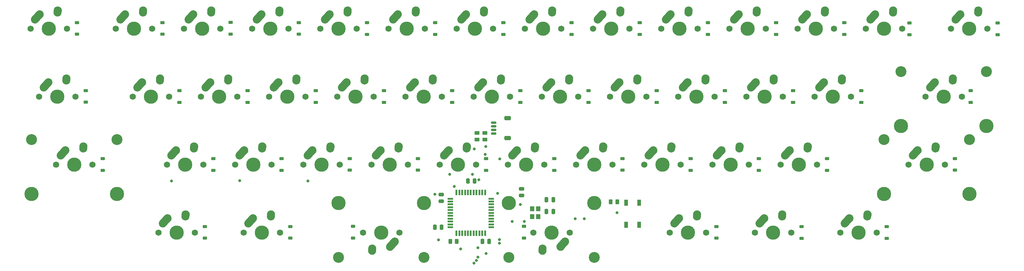
<source format=gbr>
%TF.GenerationSoftware,KiCad,Pcbnew,7.0.2*%
%TF.CreationDate,2023-06-06T03:33:47+01:00*%
%TF.ProjectId,45_keyboard,34355f6b-6579-4626-9f61-72642e6b6963,rev?*%
%TF.SameCoordinates,Original*%
%TF.FileFunction,Soldermask,Bot*%
%TF.FilePolarity,Negative*%
%FSLAX46Y46*%
G04 Gerber Fmt 4.6, Leading zero omitted, Abs format (unit mm)*
G04 Created by KiCad (PCBNEW 7.0.2) date 2023-06-06 03:33:47*
%MOMM*%
%LPD*%
G01*
G04 APERTURE LIST*
G04 Aperture macros list*
%AMRoundRect*
0 Rectangle with rounded corners*
0 $1 Rounding radius*
0 $2 $3 $4 $5 $6 $7 $8 $9 X,Y pos of 4 corners*
0 Add a 4 corners polygon primitive as box body*
4,1,4,$2,$3,$4,$5,$6,$7,$8,$9,$2,$3,0*
0 Add four circle primitives for the rounded corners*
1,1,$1+$1,$2,$3*
1,1,$1+$1,$4,$5*
1,1,$1+$1,$6,$7*
1,1,$1+$1,$8,$9*
0 Add four rect primitives between the rounded corners*
20,1,$1+$1,$2,$3,$4,$5,0*
20,1,$1+$1,$4,$5,$6,$7,0*
20,1,$1+$1,$6,$7,$8,$9,0*
20,1,$1+$1,$8,$9,$2,$3,0*%
%AMHorizOval*
0 Thick line with rounded ends*
0 $1 width*
0 $2 $3 position (X,Y) of the first rounded end (center of the circle)*
0 $4 $5 position (X,Y) of the second rounded end (center of the circle)*
0 Add line between two ends*
20,1,$1,$2,$3,$4,$5,0*
0 Add two circle primitives to create the rounded ends*
1,1,$1,$2,$3*
1,1,$1,$4,$5*%
G04 Aperture macros list end*
%ADD10C,1.750000*%
%ADD11C,3.987800*%
%ADD12HorizOval,2.250000X0.655001X0.730000X-0.655001X-0.730000X0*%
%ADD13C,2.250000*%
%ADD14HorizOval,2.250000X0.020000X0.290000X-0.020000X-0.290000X0*%
%ADD15C,3.048000*%
%ADD16HorizOval,2.250000X-0.655001X-0.730000X0.655001X0.730000X0*%
%ADD17HorizOval,2.250000X-0.020000X-0.290000X0.020000X0.290000X0*%
%ADD18RoundRect,0.225000X0.375000X-0.225000X0.375000X0.225000X-0.375000X0.225000X-0.375000X-0.225000X0*%
%ADD19RoundRect,0.250000X0.250000X0.475000X-0.250000X0.475000X-0.250000X-0.475000X0.250000X-0.475000X0*%
%ADD20RoundRect,0.225000X-0.375000X0.225000X-0.375000X-0.225000X0.375000X-0.225000X0.375000X0.225000X0*%
%ADD21RoundRect,0.250000X-0.475000X0.250000X-0.475000X-0.250000X0.475000X-0.250000X0.475000X0.250000X0*%
%ADD22R,1.100000X1.800000*%
%ADD23RoundRect,0.250000X-0.262500X-0.450000X0.262500X-0.450000X0.262500X0.450000X-0.262500X0.450000X0*%
%ADD24RoundRect,0.250000X-0.450000X0.262500X-0.450000X-0.262500X0.450000X-0.262500X0.450000X0.262500X0*%
%ADD25RoundRect,0.250000X-0.250000X-0.475000X0.250000X-0.475000X0.250000X0.475000X-0.250000X0.475000X0*%
%ADD26RoundRect,0.250000X0.262500X0.450000X-0.262500X0.450000X-0.262500X-0.450000X0.262500X-0.450000X0*%
%ADD27R,1.200000X1.400000*%
%ADD28RoundRect,0.150000X-0.625000X0.150000X-0.625000X-0.150000X0.625000X-0.150000X0.625000X0.150000X0*%
%ADD29RoundRect,0.250000X-0.650000X0.350000X-0.650000X-0.350000X0.650000X-0.350000X0.650000X0.350000X0*%
%ADD30R,0.550000X1.500000*%
%ADD31R,1.500000X0.550000*%
%ADD32C,0.800000*%
G04 APERTURE END LIST*
D10*
%TO.C,MX14*%
X327468998Y-65602750D03*
D11*
X332548998Y-65602750D03*
D10*
X337628998Y-65602750D03*
D12*
X329393999Y-62332750D03*
D13*
X330048998Y-61602750D03*
D14*
X335068998Y-60812750D03*
D13*
X335088998Y-60522750D03*
%TD*%
D10*
%TO.C,MX12*%
X284606498Y-65602750D03*
D11*
X289686498Y-65602750D03*
D10*
X294766498Y-65602750D03*
D12*
X286531499Y-62332750D03*
D13*
X287186498Y-61602750D03*
D14*
X292206498Y-60812750D03*
D13*
X292226498Y-60522750D03*
%TD*%
D10*
%TO.C,MX4*%
X132206498Y-65602750D03*
D11*
X137286498Y-65602750D03*
D10*
X142366498Y-65602750D03*
D12*
X134131499Y-62332750D03*
D13*
X134786498Y-61602750D03*
D14*
X139806498Y-60812750D03*
D13*
X139826498Y-60522750D03*
%TD*%
D10*
%TO.C,MX44*%
X248887748Y-122752750D03*
D11*
X253967748Y-122752750D03*
D10*
X259047748Y-122752750D03*
D12*
X250812749Y-119482750D03*
D13*
X251467748Y-118752750D03*
D14*
X256487748Y-117962750D03*
D13*
X256507748Y-117672750D03*
%TD*%
D10*
%TO.C,MX5*%
X151256498Y-65602750D03*
D11*
X156336498Y-65602750D03*
D10*
X161416498Y-65602750D03*
D12*
X153181499Y-62332750D03*
D13*
X153836498Y-61602750D03*
D14*
X158856498Y-60812750D03*
D13*
X158876498Y-60522750D03*
%TD*%
D10*
%TO.C,MX17*%
X117918998Y-84652750D03*
D11*
X122998998Y-84652750D03*
D10*
X128078998Y-84652750D03*
D12*
X119843999Y-81382750D03*
D13*
X120498998Y-80652750D03*
D14*
X125518998Y-79862750D03*
D13*
X125538998Y-79572750D03*
%TD*%
D10*
%TO.C,MX10*%
X246506498Y-65602750D03*
D11*
X251586498Y-65602750D03*
D10*
X256666498Y-65602750D03*
D12*
X248431499Y-62332750D03*
D13*
X249086498Y-61602750D03*
D14*
X254106498Y-60812750D03*
D13*
X254126498Y-60522750D03*
%TD*%
D10*
%TO.C,MX7*%
X189356498Y-65602750D03*
D11*
X194436498Y-65602750D03*
D10*
X199516498Y-65602750D03*
D12*
X191281499Y-62332750D03*
D13*
X191936498Y-61602750D03*
D14*
X196956498Y-60812750D03*
D13*
X196976498Y-60522750D03*
%TD*%
D10*
%TO.C,MX34*%
X203643998Y-103702750D03*
D11*
X208723998Y-103702750D03*
D10*
X213803998Y-103702750D03*
D12*
X205568999Y-100432750D03*
D13*
X206223998Y-99702750D03*
D14*
X211243998Y-98912750D03*
D13*
X211263998Y-98622750D03*
%TD*%
D10*
%TO.C,MX45*%
X272700248Y-122752750D03*
D11*
X277780248Y-122752750D03*
D10*
X282860248Y-122752750D03*
D12*
X274625249Y-119482750D03*
D13*
X275280248Y-118752750D03*
D14*
X280300248Y-117962750D03*
D13*
X280320248Y-117672750D03*
%TD*%
D15*
%TO.C,MX28*%
X70579748Y-96717750D03*
D11*
X70579748Y-111957750D03*
D10*
X77437748Y-103702750D03*
D11*
X82517748Y-103702750D03*
D10*
X87597748Y-103702750D03*
D15*
X94455748Y-96717750D03*
D11*
X94455748Y-111957750D03*
D12*
X79362749Y-100432750D03*
D13*
X80017748Y-99702750D03*
D14*
X85037748Y-98912750D03*
D13*
X85057748Y-98622750D03*
%TD*%
D15*
%TO.C,MX43*%
X227805748Y-129737750D03*
D11*
X227805748Y-114497750D03*
D10*
X220947748Y-122752750D03*
D11*
X215867748Y-122752750D03*
D10*
X210787748Y-122752750D03*
D15*
X203929748Y-129737750D03*
D11*
X203929748Y-114497750D03*
D16*
X219022747Y-126022750D03*
D13*
X218367748Y-126752750D03*
D17*
X213347748Y-127542750D03*
D13*
X213327748Y-127832750D03*
%TD*%
D10*
%TO.C,MX16*%
X98868998Y-84652750D03*
D11*
X103948998Y-84652750D03*
D10*
X109028998Y-84652750D03*
D12*
X100793999Y-81382750D03*
D13*
X101448998Y-80652750D03*
D14*
X106468998Y-79862750D03*
D13*
X106488998Y-79572750D03*
%TD*%
D10*
%TO.C,MX2*%
X94106498Y-65602750D03*
D11*
X99186498Y-65602750D03*
D10*
X104266498Y-65602750D03*
D12*
X96031499Y-62332750D03*
D13*
X96686498Y-61602750D03*
D14*
X101706498Y-60812750D03*
D13*
X101726498Y-60522750D03*
%TD*%
D10*
%TO.C,MX23*%
X232218998Y-84652750D03*
D11*
X237298998Y-84652750D03*
D10*
X242378998Y-84652750D03*
D12*
X234143999Y-81382750D03*
D13*
X234798998Y-80652750D03*
D14*
X239818998Y-79862750D03*
D13*
X239838998Y-79572750D03*
%TD*%
D10*
%TO.C,MX38*%
X279843998Y-103702750D03*
D11*
X284923998Y-103702750D03*
D10*
X290003998Y-103702750D03*
D12*
X281768999Y-100432750D03*
D13*
X282423998Y-99702750D03*
D14*
X287443998Y-98912750D03*
D13*
X287463998Y-98622750D03*
%TD*%
D10*
%TO.C,MX22*%
X213168998Y-84652750D03*
D11*
X218248998Y-84652750D03*
D10*
X223328998Y-84652750D03*
D12*
X215093999Y-81382750D03*
D13*
X215748998Y-80652750D03*
D14*
X220768998Y-79862750D03*
D13*
X220788998Y-79572750D03*
%TD*%
D10*
%TO.C,MX31*%
X146493998Y-103702750D03*
D11*
X151573998Y-103702750D03*
D10*
X156653998Y-103702750D03*
D12*
X148418999Y-100432750D03*
D13*
X149073998Y-99702750D03*
D14*
X154093998Y-98912750D03*
D13*
X154113998Y-98622750D03*
%TD*%
D10*
%TO.C,MX35*%
X222693998Y-103702750D03*
D11*
X227773998Y-103702750D03*
D10*
X232853998Y-103702750D03*
D12*
X224618999Y-100432750D03*
D13*
X225273998Y-99702750D03*
D14*
X230293998Y-98912750D03*
D13*
X230313998Y-98622750D03*
%TD*%
D10*
%TO.C,MX15*%
X72675248Y-84652750D03*
D11*
X77755248Y-84652750D03*
D10*
X82835248Y-84652750D03*
D12*
X74600249Y-81382750D03*
D13*
X75255248Y-80652750D03*
D14*
X80275248Y-79862750D03*
D13*
X80295248Y-79572750D03*
%TD*%
D10*
%TO.C,MX20*%
X175068998Y-84652750D03*
D11*
X180148998Y-84652750D03*
D10*
X185228998Y-84652750D03*
D12*
X176993999Y-81382750D03*
D13*
X177648998Y-80652750D03*
D14*
X182668998Y-79862750D03*
D13*
X182688998Y-79572750D03*
%TD*%
D10*
%TO.C,MX46*%
X296512748Y-122752750D03*
D11*
X301592748Y-122752750D03*
D10*
X306672748Y-122752750D03*
D12*
X298437749Y-119482750D03*
D13*
X299092748Y-118752750D03*
D14*
X304112748Y-117962750D03*
D13*
X304132748Y-117672750D03*
%TD*%
D10*
%TO.C,MX21*%
X194118998Y-84652750D03*
D11*
X199198998Y-84652750D03*
D10*
X204278998Y-84652750D03*
D12*
X196043999Y-81382750D03*
D13*
X196698998Y-80652750D03*
D14*
X201718998Y-79862750D03*
D13*
X201738998Y-79572750D03*
%TD*%
D10*
%TO.C,MX6*%
X170306498Y-65602750D03*
D11*
X175386498Y-65602750D03*
D10*
X180466498Y-65602750D03*
D12*
X172231499Y-62332750D03*
D13*
X172886498Y-61602750D03*
D14*
X177906498Y-60812750D03*
D13*
X177926498Y-60522750D03*
%TD*%
D10*
%TO.C,MX18*%
X136968998Y-84652750D03*
D11*
X142048998Y-84652750D03*
D10*
X147128998Y-84652750D03*
D12*
X138893999Y-81382750D03*
D13*
X139548998Y-80652750D03*
D14*
X144568998Y-79862750D03*
D13*
X144588998Y-79572750D03*
%TD*%
D10*
%TO.C,MX29*%
X108393998Y-103702750D03*
D11*
X113473998Y-103702750D03*
D10*
X118553998Y-103702750D03*
D12*
X110318999Y-100432750D03*
D13*
X110973998Y-99702750D03*
D14*
X115993998Y-98912750D03*
D13*
X116013998Y-98622750D03*
%TD*%
D10*
%TO.C,MX32*%
X165543998Y-103702750D03*
D11*
X170623998Y-103702750D03*
D10*
X175703998Y-103702750D03*
D12*
X167468999Y-100432750D03*
D13*
X168123998Y-99702750D03*
D14*
X173143998Y-98912750D03*
D13*
X173163998Y-98622750D03*
%TD*%
D15*
%TO.C,MX42*%
X180180748Y-129737750D03*
D11*
X180180748Y-114497750D03*
D10*
X173322748Y-122752750D03*
D11*
X168242748Y-122752750D03*
D10*
X163162748Y-122752750D03*
D15*
X156304748Y-129737750D03*
D11*
X156304748Y-114497750D03*
D16*
X171397747Y-126022750D03*
D13*
X170742748Y-126752750D03*
D17*
X165722748Y-127542750D03*
D13*
X165702748Y-127832750D03*
%TD*%
D15*
%TO.C,MX27*%
X313467248Y-77667750D03*
D11*
X313467248Y-92907750D03*
D10*
X320325248Y-84652750D03*
D11*
X325405248Y-84652750D03*
D10*
X330485248Y-84652750D03*
D15*
X337343248Y-77667750D03*
D11*
X337343248Y-92907750D03*
D12*
X322250249Y-81382750D03*
D13*
X322905248Y-80652750D03*
D14*
X327925248Y-79862750D03*
D13*
X327945248Y-79572750D03*
%TD*%
D10*
%TO.C,MX25*%
X270318998Y-84652750D03*
D11*
X275398998Y-84652750D03*
D10*
X280478998Y-84652750D03*
D12*
X272243999Y-81382750D03*
D13*
X272898998Y-80652750D03*
D14*
X277918998Y-79862750D03*
D13*
X277938998Y-79572750D03*
%TD*%
D10*
%TO.C,MX41*%
X129825248Y-122752750D03*
D11*
X134905248Y-122752750D03*
D10*
X139985248Y-122752750D03*
D12*
X131750249Y-119482750D03*
D13*
X132405248Y-118752750D03*
D14*
X137425248Y-117962750D03*
D13*
X137445248Y-117672750D03*
%TD*%
D10*
%TO.C,MX19*%
X156018998Y-84652750D03*
D11*
X161098998Y-84652750D03*
D10*
X166178998Y-84652750D03*
D12*
X157943999Y-81382750D03*
D13*
X158598998Y-80652750D03*
D14*
X163618998Y-79862750D03*
D13*
X163638998Y-79572750D03*
%TD*%
D10*
%TO.C,MX40*%
X106012748Y-122752750D03*
D11*
X111092748Y-122752750D03*
D10*
X116172748Y-122752750D03*
D12*
X107937749Y-119482750D03*
D13*
X108592748Y-118752750D03*
D14*
X113612748Y-117962750D03*
D13*
X113632748Y-117672750D03*
%TD*%
D10*
%TO.C,MX9*%
X227456498Y-65602750D03*
D11*
X232536498Y-65602750D03*
D10*
X237616498Y-65602750D03*
D12*
X229381499Y-62332750D03*
D13*
X230036498Y-61602750D03*
D14*
X235056498Y-60812750D03*
D13*
X235076498Y-60522750D03*
%TD*%
D10*
%TO.C,MX24*%
X251268998Y-84652750D03*
D11*
X256348998Y-84652750D03*
D10*
X261428998Y-84652750D03*
D12*
X253193999Y-81382750D03*
D13*
X253848998Y-80652750D03*
D14*
X258868998Y-79862750D03*
D13*
X258888998Y-79572750D03*
%TD*%
D10*
%TO.C,MX33*%
X184593998Y-103702750D03*
D11*
X189673998Y-103702750D03*
D10*
X194753998Y-103702750D03*
D12*
X186518999Y-100432750D03*
D13*
X187173998Y-99702750D03*
D14*
X192193998Y-98912750D03*
D13*
X192213998Y-98622750D03*
%TD*%
D10*
%TO.C,MX13*%
X303656498Y-65602750D03*
D11*
X308736498Y-65602750D03*
D10*
X313816498Y-65602750D03*
D12*
X305581499Y-62332750D03*
D13*
X306236498Y-61602750D03*
D14*
X311256498Y-60812750D03*
D13*
X311276498Y-60522750D03*
%TD*%
D10*
%TO.C,MX30*%
X127443998Y-103702750D03*
D11*
X132523998Y-103702750D03*
D10*
X137603998Y-103702750D03*
D12*
X129368999Y-100432750D03*
D13*
X130023998Y-99702750D03*
D14*
X135043998Y-98912750D03*
D13*
X135063998Y-98622750D03*
%TD*%
D10*
%TO.C,MX1*%
X70293998Y-65602750D03*
D11*
X75373998Y-65602750D03*
D10*
X80453998Y-65602750D03*
D12*
X72218999Y-62332750D03*
D13*
X72873998Y-61602750D03*
D14*
X77893998Y-60812750D03*
D13*
X77913998Y-60522750D03*
%TD*%
D10*
%TO.C,MX3*%
X113156498Y-65602750D03*
D11*
X118236498Y-65602750D03*
D10*
X123316498Y-65602750D03*
D12*
X115081499Y-62332750D03*
D13*
X115736498Y-61602750D03*
D14*
X120756498Y-60812750D03*
D13*
X120776498Y-60522750D03*
%TD*%
D10*
%TO.C,MX37*%
X260793998Y-103702750D03*
D11*
X265873998Y-103702750D03*
D10*
X270953998Y-103702750D03*
D12*
X262718999Y-100432750D03*
D13*
X263373998Y-99702750D03*
D14*
X268393998Y-98912750D03*
D13*
X268413998Y-98622750D03*
%TD*%
D10*
%TO.C,MX26*%
X289368998Y-84652750D03*
D11*
X294448998Y-84652750D03*
D10*
X299528998Y-84652750D03*
D12*
X291293999Y-81382750D03*
D13*
X291948998Y-80652750D03*
D14*
X296968998Y-79862750D03*
D13*
X296988998Y-79572750D03*
%TD*%
D10*
%TO.C,MX8*%
X208406498Y-65602750D03*
D11*
X213486498Y-65602750D03*
D10*
X218566498Y-65602750D03*
D12*
X210331499Y-62332750D03*
D13*
X210986498Y-61602750D03*
D14*
X216006498Y-60812750D03*
D13*
X216026498Y-60522750D03*
%TD*%
D10*
%TO.C,MX11*%
X265556498Y-65602750D03*
D11*
X270636498Y-65602750D03*
D10*
X275716498Y-65602750D03*
D12*
X267481499Y-62332750D03*
D13*
X268136498Y-61602750D03*
D14*
X273156498Y-60812750D03*
D13*
X273176498Y-60522750D03*
%TD*%
D15*
%TO.C,MX39*%
X308704748Y-96717750D03*
D11*
X308704748Y-111957750D03*
D10*
X315562748Y-103702750D03*
D11*
X320642748Y-103702750D03*
D10*
X325722748Y-103702750D03*
D15*
X332580748Y-96717750D03*
D11*
X332580748Y-111957750D03*
D12*
X317487749Y-100432750D03*
D13*
X318142748Y-99702750D03*
D14*
X323162748Y-98912750D03*
D13*
X323182748Y-98622750D03*
%TD*%
D10*
%TO.C,MX36*%
X241743998Y-103702750D03*
D11*
X246823998Y-103702750D03*
D10*
X251903998Y-103702750D03*
D12*
X243668999Y-100432750D03*
D13*
X244323998Y-99702750D03*
D14*
X249343998Y-98912750D03*
D13*
X249363998Y-98622750D03*
%TD*%
D18*
%TO.C,D3*%
X126173998Y-67127750D03*
X126173998Y-63827750D03*
%TD*%
%TO.C,D5*%
X164273998Y-67252750D03*
X164273998Y-63952750D03*
%TD*%
%TO.C,D1*%
X83311498Y-67190250D03*
X83311498Y-63890250D03*
%TD*%
%TO.C,D30*%
X140461498Y-105352750D03*
X140461498Y-102052750D03*
%TD*%
%TO.C,D29*%
X121411498Y-105352750D03*
X121411498Y-102052750D03*
%TD*%
%TO.C,D28*%
X90455248Y-105352750D03*
X90455248Y-102052750D03*
%TD*%
%TO.C,D36*%
X254761498Y-105352750D03*
X254761498Y-102052750D03*
%TD*%
%TO.C,D14*%
X340486498Y-67315250D03*
X340486498Y-64015250D03*
%TD*%
%TO.C,D13*%
X315880248Y-67315250D03*
X315880248Y-64015250D03*
%TD*%
%TO.C,D25*%
X283336498Y-86302750D03*
X283336498Y-83002750D03*
%TD*%
%TO.C,D4*%
X145223998Y-67190250D03*
X145223998Y-63890250D03*
%TD*%
%TO.C,D18*%
X149986498Y-86302750D03*
X149986498Y-83002750D03*
%TD*%
D19*
%TO.C,C6*%
X216342000Y-116840000D03*
X214442000Y-116840000D03*
%TD*%
D18*
%TO.C,D38*%
X292861498Y-105352750D03*
X292861498Y-102052750D03*
%TD*%
%TO.C,D45*%
X285717748Y-124402750D03*
X285717748Y-121102750D03*
%TD*%
D20*
%TO.C,D43*%
X208153000Y-121033000D03*
X208153000Y-124333000D03*
%TD*%
D18*
%TO.C,D35*%
X235711498Y-105290250D03*
X235711498Y-101990250D03*
%TD*%
%TO.C,D46*%
X309530248Y-124402750D03*
X309530248Y-121102750D03*
%TD*%
%TO.C,D21*%
X207136498Y-86302750D03*
X207136498Y-83002750D03*
%TD*%
%TO.C,D15*%
X85692748Y-86240250D03*
X85692748Y-82940250D03*
%TD*%
D21*
%TO.C,C3*%
X185039000Y-112080000D03*
X185039000Y-113980000D03*
%TD*%
D18*
%TO.C,D41*%
X142842748Y-124340250D03*
X142842748Y-121040250D03*
%TD*%
%TO.C,D39*%
X328580248Y-105290250D03*
X328580248Y-101990250D03*
%TD*%
%TO.C,D2*%
X107123998Y-67190250D03*
X107123998Y-63890250D03*
%TD*%
%TO.C,D9*%
X240473998Y-67252750D03*
X240473998Y-63952750D03*
%TD*%
%TO.C,D19*%
X169036498Y-86302750D03*
X169036498Y-83002750D03*
%TD*%
%TO.C,D11*%
X278573998Y-67252750D03*
X278573998Y-63952750D03*
%TD*%
%TO.C,D12*%
X297623998Y-67252750D03*
X297623998Y-63952750D03*
%TD*%
%TO.C,D27*%
X332994000Y-86296500D03*
X332994000Y-82996500D03*
%TD*%
%TO.C,D16*%
X111886498Y-86302750D03*
X111886498Y-83002750D03*
%TD*%
%TO.C,D33*%
X197611498Y-105352750D03*
X197611498Y-102052750D03*
%TD*%
%TO.C,D22*%
X226186498Y-86302750D03*
X226186498Y-83002750D03*
%TD*%
%TO.C,D8*%
X221423998Y-67252750D03*
X221423998Y-63952750D03*
%TD*%
%TO.C,D37*%
X273811498Y-105352750D03*
X273811498Y-102052750D03*
%TD*%
%TO.C,D44*%
X261905248Y-124340250D03*
X261905248Y-121040250D03*
%TD*%
%TO.C,D24*%
X264286498Y-86302750D03*
X264286498Y-83002750D03*
%TD*%
D22*
%TO.C,SW1*%
X240356000Y-120575000D03*
X236656000Y-114375000D03*
X236656000Y-120575000D03*
X240356000Y-114375000D03*
%TD*%
D19*
%TO.C,C7*%
X216342000Y-113538000D03*
X214442000Y-113538000D03*
%TD*%
D18*
%TO.C,D20*%
X188086498Y-86302750D03*
X188086498Y-83002750D03*
%TD*%
D19*
%TO.C,C1*%
X194371000Y-108331000D03*
X192471000Y-108331000D03*
%TD*%
D23*
%TO.C,R4*%
X232386500Y-114173000D03*
X234211500Y-114173000D03*
%TD*%
D24*
%TO.C,R3*%
X195072000Y-94845500D03*
X195072000Y-96670500D03*
%TD*%
D18*
%TO.C,D23*%
X245236498Y-86302750D03*
X245236498Y-83002750D03*
%TD*%
D25*
%TO.C,C4*%
X196535000Y-125222000D03*
X198435000Y-125222000D03*
%TD*%
D18*
%TO.C,D7*%
X202373998Y-67252750D03*
X202373998Y-63952750D03*
%TD*%
D26*
%TO.C,R1*%
X189380500Y-125222000D03*
X187555500Y-125222000D03*
%TD*%
D21*
%TO.C,C2*%
X207518000Y-110495000D03*
X207518000Y-112395000D03*
%TD*%
D18*
%TO.C,D31*%
X159511498Y-105290250D03*
X159511498Y-101990250D03*
%TD*%
%TO.C,D10*%
X259523998Y-67252750D03*
X259523998Y-63952750D03*
%TD*%
%TO.C,D32*%
X178561498Y-105290250D03*
X178561498Y-101990250D03*
%TD*%
D24*
%TO.C,R2*%
X197231000Y-94869000D03*
X197231000Y-96694000D03*
%TD*%
D18*
%TO.C,D6*%
X183323998Y-67252750D03*
X183323998Y-63952750D03*
%TD*%
%TO.C,D17*%
X130936498Y-86302750D03*
X130936498Y-83002750D03*
%TD*%
D20*
%TO.C,D42*%
X160401000Y-121033000D03*
X160401000Y-124333000D03*
%TD*%
D18*
%TO.C,D34*%
X216661498Y-105352750D03*
X216661498Y-102052750D03*
%TD*%
%TO.C,D26*%
X302386498Y-86302750D03*
X302386498Y-83002750D03*
%TD*%
D19*
%TO.C,C5*%
X185166000Y-121285000D03*
X183266000Y-121285000D03*
%TD*%
D27*
%TO.C,Y1*%
X210478000Y-118321000D03*
X210478000Y-116121000D03*
X212178000Y-116121000D03*
X212178000Y-118321000D03*
%TD*%
D28*
%TO.C,J1*%
X199676000Y-91972000D03*
X199676000Y-92972000D03*
X199676000Y-93972000D03*
X199676000Y-94972000D03*
D29*
X203551000Y-90672000D03*
X203551000Y-96272000D03*
%TD*%
D30*
%TO.C,U1*%
X189294000Y-111552750D03*
X190094000Y-111552750D03*
X190894000Y-111552750D03*
X191694000Y-111552750D03*
X192494000Y-111552750D03*
X193294000Y-111552750D03*
X194094000Y-111552750D03*
X194894000Y-111552750D03*
X195694000Y-111552750D03*
X196494000Y-111552750D03*
X197294000Y-111552750D03*
D31*
X198994000Y-113252750D03*
X198994000Y-114052750D03*
X198994000Y-114852750D03*
X198994000Y-115652750D03*
X198994000Y-116452750D03*
X198994000Y-117252750D03*
X198994000Y-118052750D03*
X198994000Y-118852750D03*
X198994000Y-119652750D03*
X198994000Y-120452750D03*
X198994000Y-121252750D03*
D30*
X197294000Y-122952750D03*
X196494000Y-122952750D03*
X195694000Y-122952750D03*
X194894000Y-122952750D03*
X194094000Y-122952750D03*
X193294000Y-122952750D03*
X192494000Y-122952750D03*
X191694000Y-122952750D03*
X190894000Y-122952750D03*
X190094000Y-122952750D03*
X189294000Y-122952750D03*
D31*
X187594000Y-121252750D03*
X187594000Y-120452750D03*
X187594000Y-119652750D03*
X187594000Y-118852750D03*
X187594000Y-118052750D03*
X187594000Y-117252750D03*
X187594000Y-116452750D03*
X187594000Y-115652750D03*
X187594000Y-114852750D03*
X187594000Y-114052750D03*
X187594000Y-113252750D03*
%TD*%
D18*
%TO.C,D40*%
X119030248Y-124340250D03*
X119030248Y-121040250D03*
%TD*%
D32*
X201422000Y-102108000D03*
X207137000Y-114935000D03*
X197505546Y-98638026D03*
X184277000Y-124841000D03*
X195580000Y-107950000D03*
X188722000Y-109855000D03*
X195326000Y-127000000D03*
X183261000Y-112014000D03*
X193802000Y-106426000D03*
X187452000Y-106426000D03*
X194310000Y-99314000D03*
X197358000Y-100838000D03*
X109663998Y-108331000D03*
X128713998Y-108204000D03*
X147828000Y-108331000D03*
X190500000Y-127381000D03*
X201295000Y-124730497D03*
X201295000Y-125730000D03*
X197612000Y-128592494D03*
X195251993Y-129591997D03*
X194840774Y-130565945D03*
X194182752Y-131318283D03*
X200787000Y-111760000D03*
X222504000Y-118872000D03*
X204851000Y-119634000D03*
X225044000Y-118872000D03*
X234188000Y-117221000D03*
X208280000Y-119634000D03*
M02*

</source>
